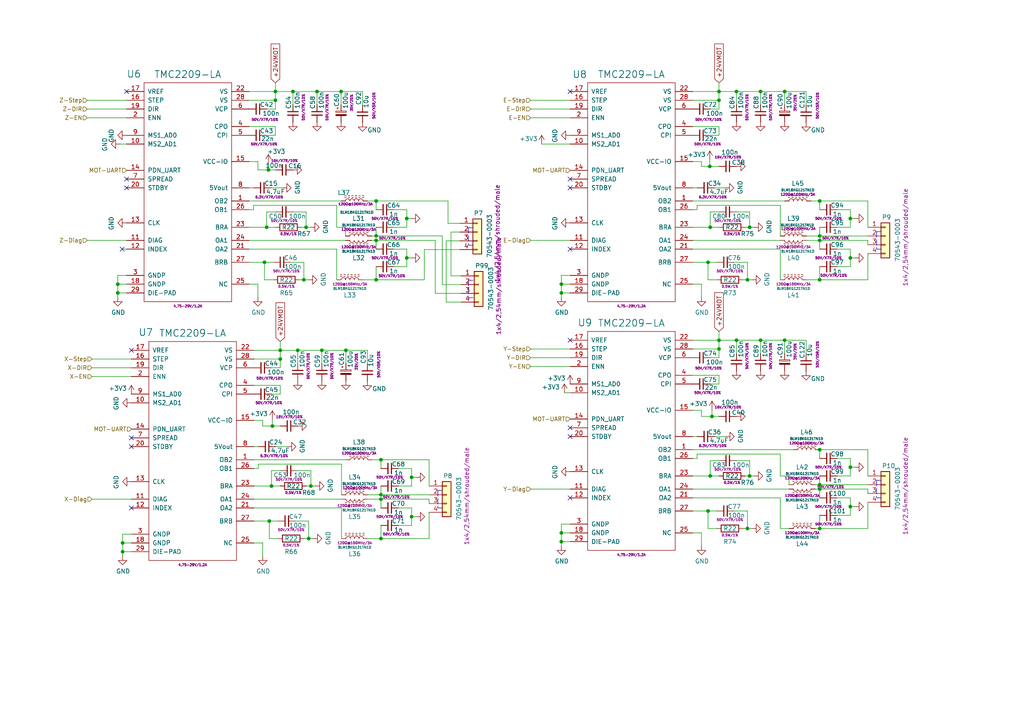
<source format=kicad_sch>
(kicad_sch (version 20211123) (generator eeschema)
  (paper "A4")
  (title_block (title "Buddy") (date "2019-10-24") (rev "v1.0.0") (company "PRUSA Research s.r.o.") (comment 1 "http://creativecommons.org/licenses/by-sa/4.0/") (comment 2 "Licensed under the Attribution-ShareAlike 4.0 International (CC BY-SA 4.0)") (comment 3 "#ok1hra"))
  (junction (at 237.744 140.589))
  (junction (at 208.534 26.543))
  (junction (at 162.814 84.963))
  (junction (at 77.343 65.913))
  (junction (at 88.773 65.913))
  (junction (at 237.744 81.153))
  (junction (at 110.49 144.78))
  (junction (at 35.56 160.02))
  (junction (at 205.994 65.913))
  (junction (at 34.163 82.423))
  (junction (at 110.49 133.35))
  (junction (at 81.28 104.14))
  (junction (at 237.744 68.453))
  (junction (at 246.634 135.509))
  (junction (at 78.74 140.97))
  (junction (at 109.093 58.293))
  (junction (at 237.744 130.429))
  (junction (at 217.424 65.913))
  (junction (at 109.093 68.4241))
  (junction (at 237.744 141.859))
  (junction (at 117.983 63.373))
  (junction (at 76.708 76.073))
  (junction (at 117.983 74.803))
  (junction (at 34.163 84.963))
  (junction (at 208.534 98.679))
  (junction (at 77.851 49.276))
  (junction (at 162.814 154.559))
  (junction (at 91.948 26.543))
  (junction (at 110.49 143.51))
  (junction (at 208.534 29.083))
  (junction (at 98.933 26.543))
  (junction (at 81.28 101.6))
  (junction (at 246.634 74.803))
  (junction (at 78.994 123.571))
  (junction (at 90.17 140.97))
  (junction (at 205.867 48.26))
  (junction (at 78.105 151.13))
  (junction (at 220.599 98.679))
  (junction (at 216.789 81.153))
  (junction (at 79.883 29.083))
  (junction (at 217.424 138.049))
  (junction (at 237.744 69.723))
  (junction (at 227.584 26.543))
  (junction (at 205.994 138.049))
  (junction (at 79.883 26.543))
  (junction (at 205.359 148.209))
  (junction (at 86.36 101.6))
  (junction (at 208.534 101.219))
  (junction (at 93.345 101.6))
  (junction (at 213.614 26.543))
  (junction (at 35.56 157.48))
  (junction (at 119.38 149.86))
  (junction (at 162.814 82.423))
  (junction (at 246.634 63.373))
  (junction (at 246.634 146.939))
  (junction (at 84.963 26.543))
  (junction (at 237.744 153.289))
  (junction (at 162.814 157.099))
  (junction (at 109.093 81.153))
  (junction (at 205.359 76.073))
  (junction (at 227.584 98.679))
  (junction (at 109.093 69.723))
  (junction (at 216.789 153.289))
  (junction (at 220.599 26.543))
  (junction (at 119.38 138.43))
  (junction (at 110.49 156.21))
  (junction (at 206.502 120.777))
  (junction (at 100.33 101.6))
  (junction (at 213.614 98.679))
  (junction (at 237.744 58.293))
  (junction (at 89.535 156.21))
  (junction (at 88.138 81.153))
  (no_connect (at 38.1 101.6))
  (no_connect (at 165.354 26.543))
  (no_connect (at 38.1 129.54))
  (no_connect (at 36.703 51.943))
  (no_connect (at 165.354 54.483))
  (no_connect (at 36.703 26.543))
  (no_connect (at 165.354 124.079))
  (no_connect (at 35.433 72.263))
  (no_connect (at 38.1 147.32))
  (no_connect (at 165.354 51.943))
  (no_connect (at 165.354 144.399))
  (no_connect (at 165.354 126.619))
  (no_connect (at 165.354 98.679))
  (no_connect (at 38.1 127))
  (no_connect (at 36.703 54.483))
  (no_connect (at 165.354 72.263))
  (wire (pts (xy 208.534 26.543) (xy 208.534 29.083)))
  (wire (pts (xy 237.744 77.343) (xy 237.744 81.153)))
  (wire (pts (xy 97.663 65.913) (xy 100.203 65.913)))
  (wire (pts (xy 79.883 49.276) (xy 77.851 49.276)))
  (wire (pts (xy 84.328 76.073) (xy 88.138 76.073)))
  (wire (pts (xy 251.714 153.289) (xy 251.714 145.669)))
  (wire (pts (xy 237.744 60.833) (xy 237.744 58.293)))
  (wire (pts (xy 207.899 148.209) (xy 205.359 148.209)))
  (wire (pts (xy 251.714 130.429) (xy 251.714 138.049)))
  (wire (pts (xy 76.708 76.073) (xy 76.708 81.153)))
  (wire (pts (xy 86.36 136.525) (xy 90.17 136.525)))
  (wire (pts (xy 119.253 63.373) (xy 117.983 63.373)))
  (wire (pts (xy 38.1 157.48) (xy 35.56 157.48)))
  (wire (pts (xy 165.354 82.423) (xy 162.814 82.423)))
  (wire (pts (xy 233.807 26.543) (xy 227.584 26.543)))
  (wire (pts (xy 128.27 68.4241) (xy 109.093 68.4241)))
  (wire (pts (xy 202.184 131.699) (xy 226.314 131.699)))
  (wire (pts (xy 246.634 135.509) (xy 246.634 138.049)))
  (polyline (pts (xy 127 147.32) (xy 128.27 147.32)))
  (wire (pts (xy 73.66 147.32) (xy 99.06 147.32)))
  (wire (pts (xy 72.263 58.293) (xy 98.933 58.293)))
  (wire (pts (xy 237.744 141.859) (xy 237.744 144.399)))
  (wire (pts (xy 200.914 148.209) (xy 205.359 148.209)))
  (wire (pts (xy 220.599 26.543) (xy 227.584 26.543)))
  (wire (pts (xy 110.49 135.89) (xy 110.49 133.35)))
  (wire (pts (xy 237.744 68.453) (xy 251.714 68.453)))
  (wire (pts (xy 237.744 153.289) (xy 251.714 153.289)))
  (wire (pts (xy 79.883 31.623) (xy 77.343 31.623)))
  (wire (pts (xy 247.904 135.509) (xy 246.634 135.509)))
  (wire (pts (xy 81.28 101.6) (xy 81.28 104.14)))
  (wire (pts (xy 237.744 65.913) (xy 237.744 68.453)))
  (wire (pts (xy 226.314 72.263) (xy 226.314 81.153)))
  (polyline (pts (xy 254.254 139.319) (xy 254.254 144.399)))
  (wire (pts (xy 26.67 104.14) (xy 38.1 104.14)))
  (wire (pts (xy 73.66 135.89) (xy 74.93 135.89)))
  (wire (pts (xy 119.253 74.803) (xy 117.983 74.803)))
  (wire (pts (xy 91.948 30.353) (xy 91.948 26.543)))
  (wire (pts (xy 246.634 138.049) (xy 242.824 138.049)))
  (wire (pts (xy 78.613 54.483) (xy 81.915 54.483)))
  (polyline (pts (xy 254.254 67.183) (xy 254.254 72.263)))
  (wire (pts (xy 200.914 108.839) (xy 208.534 108.839)))
  (wire (pts (xy 109.093 69.723) (xy 126.238 69.723)))
  (wire (pts (xy 74.93 135.89) (xy 74.93 134.62)))
  (wire (pts (xy 38.1 160.02) (xy 35.56 160.02)))
  (wire (pts (xy 247.904 146.939) (xy 246.634 146.939)))
  (wire (pts (xy 36.703 72.263) (xy 35.433 72.263)))
  (wire (pts (xy 100.203 65.913) (xy 100.203 68.453)))
  (wire (pts (xy 107.823 68.453) (xy 109.093 68.453)))
  (wire (pts (xy 77.851 49.276) (xy 74.803 49.276)))
  (wire (pts (xy 206.502 118.872) (xy 206.502 120.777)))
  (wire (pts (xy 73.66 151.13) (xy 78.105 151.13)))
  (wire (pts (xy 217.424 65.913) (xy 218.694 65.913)))
  (wire (pts (xy 133.35 69.85) (xy 129.413 69.85)))
  (wire (pts (xy 110.49 156.21) (xy 124.46 156.21)))
  (wire (pts (xy 81.28 111.76) (xy 81.28 114.3)))
  (wire (pts (xy 246.634 77.343) (xy 242.824 77.343)))
  (wire (pts (xy 235.204 58.293) (xy 237.744 58.293)))
  (polyline (pts (xy 135.89 81.28) (xy 135.89 86.36)))
  (wire (pts (xy 246.634 146.939) (xy 246.634 149.479)))
  (wire (pts (xy 84.963 30.353) (xy 84.963 26.543)))
  (wire (pts (xy 117.983 77.343) (xy 114.173 77.343)))
  (wire (pts (xy 88.773 61.468) (xy 88.773 65.913)))
  (polyline (pts (xy 135.89 71.12) (xy 137.16 71.12)))
  (wire (pts (xy 109.093 72.263) (xy 109.093 69.723)))
  (wire (pts (xy 237.744 140.589) (xy 237.744 138.049)))
  (wire (pts (xy 208.534 29.083) (xy 208.534 31.623)))
  (wire (pts (xy 72.263 60.833) (xy 73.533 60.833)))
  (wire (pts (xy 200.914 98.679) (xy 208.534 98.679)))
  (wire (pts (xy 242.824 132.969) (xy 246.634 132.969)))
  (wire (pts (xy 233.807 98.679) (xy 227.584 98.679)))
  (wire (pts (xy 129.413 87.63) (xy 133.731 87.63)))
  (wire (pts (xy 73.66 133.35) (xy 100.33 133.35)))
  (wire (pts (xy 73.66 157.48) (xy 76.2 157.48)))
  (wire (pts (xy 203.454 120.777) (xy 203.454 118.999)))
  (wire (pts (xy 162.814 79.883) (xy 162.814 82.423)))
  (wire (pts (xy 80.645 151.13) (xy 78.105 151.13)))
  (wire (pts (xy 237.744 58.293) (xy 251.714 58.293)))
  (wire (pts (xy 120.65 149.86) (xy 119.38 149.86)))
  (wire (pts (xy 216.154 138.049) (xy 217.424 138.049)))
  (wire (pts (xy 79.883 24.003) (xy 79.883 26.543)))
  (wire (pts (xy 73.533 60.833) (xy 73.533 59.563)))
  (wire (pts (xy 246.634 74.803) (xy 246.634 77.343)))
  (polyline (pts (xy 137.16 66.04) (xy 135.89 66.04)))
  (wire (pts (xy 207.264 126.619) (xy 210.439 126.619)))
  (wire (pts (xy 246.634 72.263) (xy 246.634 74.803)))
  (wire (pts (xy 208.534 108.839) (xy 208.534 111.379)))
  (wire (pts (xy 237.744 81.153) (xy 251.714 81.153)))
  (wire (pts (xy 109.093 68.4241) (xy 109.093 68.453)))
  (wire (pts (xy 213.614 30.353) (xy 213.614 26.543)))
  (wire (pts (xy 79.883 26.543) (xy 84.963 26.543)))
  (wire (pts (xy 237.744 130.429) (xy 237.744 132.969)))
  (wire (pts (xy 203.454 154.559) (xy 203.454 158.369)))
  (wire (pts (xy 107.95 133.35) (xy 110.49 133.35)))
  (wire (pts (xy 228.854 138.049) (xy 228.854 140.589)))
  (wire (pts (xy 89.535 156.21) (xy 90.805 156.21)))
  (wire (pts (xy 200.914 60.833) (xy 202.184 60.833)))
  (wire (pts (xy 106.553 58.293) (xy 109.093 58.293)))
  (wire (pts (xy 72.263 72.263) (xy 97.663 72.263)))
  (wire (pts (xy 91.948 26.543) (xy 98.933 26.543)))
  (wire (pts (xy 200.914 82.423) (xy 203.454 82.423)))
  (wire (pts (xy 109.093 65.913) (xy 109.093 68.4241)))
  (wire (pts (xy 217.424 133.604) (xy 217.424 138.049)))
  (wire (pts (xy 88.138 76.073) (xy 88.138 81.153)))
  (wire (pts (xy 216.789 153.289) (xy 218.059 153.289)))
  (wire (pts (xy 220.599 30.353) (xy 220.599 26.543)))
  (wire (pts (xy 233.807 30.48) (xy 233.807 26.543)))
  (wire (pts (xy 81.28 114.3) (xy 78.74 114.3)))
  (wire (pts (xy 97.663 59.563) (xy 97.663 65.913)))
  (wire (pts (xy 165.354 152.019) (xy 162.814 152.019)))
  (wire (pts (xy 226.314 153.289) (xy 228.854 153.289)))
  (wire (pts (xy 205.359 76.073) (xy 205.359 81.153)))
  (wire (pts (xy 200.914 72.263) (xy 226.314 72.263)))
  (wire (pts (xy 162.814 157.099) (xy 162.814 158.369)))
  (wire (pts (xy 119.38 135.89) (xy 119.38 138.43)))
  (wire (pts (xy 81.28 106.68) (xy 78.74 106.68)))
  (wire (pts (xy 237.744 130.429) (xy 251.714 130.429)))
  (wire (pts (xy 203.454 82.423) (xy 203.454 86.233)))
  (wire (pts (xy 79.883 36.703) (xy 79.883 39.243)))
  (wire (pts (xy 208.534 111.379) (xy 205.994 111.379)))
  (wire (pts (xy 106.553 105.537) (xy 106.553 101.6)))
  (wire (pts (xy 124.46 144.78) (xy 124.46 146.05)))
  (wire (pts (xy 227.584 26.543) (xy 227.584 30.353)))
  (wire (pts (xy 73.66 104.14) (xy 81.28 104.14)))
  (wire (pts (xy 153.924 101.219) (xy 165.354 101.219)))
  (wire (pts (xy 89.535 151.13) (xy 89.535 156.21)))
  (wire (pts (xy 76.2 123.571) (xy 76.2 121.92)))
  (wire (pts (xy 153.924 29.083) (xy 165.354 29.083)))
  (wire (pts (xy 114.173 60.833) (xy 117.983 60.833)))
  (wire (pts (xy 216.789 76.073) (xy 216.789 81.153)))
  (wire (pts (xy 251.714 141.859) (xy 251.714 143.129)))
  (wire (pts (xy 215.519 81.153) (xy 216.789 81.153)))
  (wire (pts (xy 110.49 144.78) (xy 124.46 144.78)))
  (wire (pts (xy 72.263 69.723) (xy 100.203 69.723)))
  (wire (pts (xy 81.28 104.14) (xy 81.28 106.68)))
  (wire (pts (xy 205.994 138.049) (xy 208.534 138.049)))
  (wire (pts (xy 76.708 81.153) (xy 79.248 81.153)))
  (wire (pts (xy 233.934 69.723) (xy 237.744 69.723)))
  (wire (pts (xy 90.17 140.97) (xy 91.44 140.97)))
  (wire (pts (xy 114.173 72.263) (xy 117.983 72.263)))
  (wire (pts (xy 25.273 69.723) (xy 36.703 69.723)))
  (wire (pts (xy 99.06 134.62) (xy 99.06 143.51)))
  (wire (pts (xy 72.263 65.913) (xy 77.343 65.913)))
  (wire (pts (xy 216.789 81.153) (xy 218.059 81.153)))
  (wire (pts (xy 208.534 98.679) (xy 213.614 98.679)))
  (wire (pts (xy 86.36 105.41) (xy 86.36 101.6)))
  (wire (pts (xy 34.163 82.423) (xy 34.163 84.963)))
  (wire (pts (xy 200.914 54.483) (xy 202.184 54.483)))
  (wire (pts (xy 200.914 58.293) (xy 227.584 58.293)))
  (wire (pts (xy 246.634 60.833) (xy 246.634 63.373)))
  (wire (pts (xy 77.343 61.468) (xy 77.343 65.913)))
  (wire (pts (xy 202.184 60.833) (xy 202.184 59.563)))
  (wire (pts (xy 107.823 69.723) (xy 109.093 69.723)))
  (wire (pts (xy 207.264 54.483) (xy 210.312 54.483)))
  (wire (pts (xy 226.314 59.563) (xy 226.314 68.453)))
  (wire (pts (xy 153.924 31.623) (xy 165.354 31.623)))
  (wire (pts (xy 115.57 135.89) (xy 119.38 135.89)))
  (wire (pts (xy 200.914 65.913) (xy 205.994 65.913)))
  (wire (pts (xy 162.814 152.019) (xy 162.814 154.559)))
  (wire (pts (xy 25.273 31.623) (xy 36.703 31.623)))
  (wire (pts (xy 123.063 72.39) (xy 123.063 81.153)))
  (wire (pts (xy 208.534 101.219) (xy 208.534 103.759)))
  (wire (pts (xy 36.703 82.423) (xy 34.163 82.423)))
  (wire (pts (xy 123.063 72.39) (xy 133.35 72.39)))
  (wire (pts (xy 208.534 26.543) (xy 213.614 26.543)))
  (wire (pts (xy 109.093 81.153) (xy 123.063 81.153)))
  (wire (pts (xy 98.933 26.543) (xy 98.933 30.353)))
  (wire (pts (xy 115.57 147.32) (xy 119.38 147.32)))
  (wire (pts (xy 77.343 65.913) (xy 79.883 65.913)))
  (wire (pts (xy 205.359 148.209) (xy 205.359 153.289)))
  (wire (pts (xy 128.27 82.55) (xy 133.731 82.55)))
  (wire (pts (xy 208.534 103.759) (xy 205.994 103.759)))
  (wire (pts (xy 34.163 79.883) (xy 34.163 82.423)))
  (wire (pts (xy 117.983 65.913) (xy 114.173 65.913)))
  (wire (pts (xy 226.314 144.399) (xy 226.314 153.289)))
  (wire (pts (xy 200.914 126.619) (xy 202.184 126.619)))
  (wire (pts (xy 226.314 131.699) (xy 226.314 138.049)))
  (wire (pts (xy 119.38 149.86) (xy 119.38 152.4)))
  (wire (pts (xy 213.614 26.543) (xy 220.599 26.543)))
  (wire (pts (xy 233.934 68.453) (xy 237.744 68.453)))
  (wire (pts (xy 213.614 61.468) (xy 217.424 61.468)))
  (wire (pts (xy 200.914 46.863) (xy 203.454 46.863)))
  (wire (pts (xy 246.634 63.373) (xy 246.634 65.913)))
  (polyline (pts (xy 137.16 81.28) (xy 135.89 81.28)))
  (wire (pts (xy 165.354 84.963) (xy 162.814 84.963)))
  (wire (pts (xy 73.66 111.76) (xy 81.28 111.76)))
  (wire (pts (xy 200.914 36.703) (xy 208.534 36.703)))
  (wire (pts (xy 215.519 153.289) (xy 216.789 153.289)))
  (wire (pts (xy 36.703 79.883) (xy 34.163 79.883)))
  (wire (pts (xy 88.138 81.153) (xy 89.408 81.153)))
  (wire (pts (xy 206.502 120.777) (xy 203.454 120.777)))
  (wire (pts (xy 205.867 46.355) (xy 205.867 48.26)))
  (wire (pts (xy 26.67 144.78) (xy 38.1 144.78)))
  (wire (pts (xy 208.534 36.703) (xy 208.534 39.243)))
  (wire (pts (xy 205.359 153.289) (xy 207.899 153.289)))
  (wire (pts (xy 163.703 113.919) (xy 165.354 113.919)))
  (wire (pts (xy 212.979 76.073) (xy 216.789 76.073)))
  (wire (pts (xy 205.994 133.604) (xy 205.994 138.049)))
  (wire (pts (xy 93.345 101.6) (xy 100.33 101.6)))
  (wire (pts (xy 73.66 144.78) (xy 99.06 144.78)))
  (wire (pts (xy 220.599 98.679) (xy 227.584 98.679)))
  (wire (pts (xy 81.28 99.06) (xy 81.28 101.6)))
  (wire (pts (xy 80.01 129.54) (xy 83.312 129.54)))
  (wire (pts (xy 220.599 102.489) (xy 220.599 98.679)))
  (wire (pts (xy 227.584 98.679) (xy 227.584 102.489)))
  (wire (pts (xy 236.474 140.589) (xy 237.744 140.589)))
  (wire (pts (xy 110.49 147.32) (xy 110.49 144.78)))
  (wire (pts (xy 162.814 154.559) (xy 162.814 157.099)))
  (wire (pts (xy 76.2 157.48) (xy 76.2 161.29)))
  (polyline (pts (xy 127 142.24) (xy 127 147.32)))
  (wire (pts (xy 106.68 144.78) (xy 110.49 144.78)))
  (wire (pts (xy 73.66 121.92) (xy 76.2 121.92)))
  (wire (pts (xy 208.534 24.003) (xy 208.534 26.543)))
  (wire (pts (xy 208.534 133.604) (xy 205.994 133.604)))
  (wire (pts (xy 124.46 156.21) (xy 124.46 148.59)))
  (wire (pts (xy 85.725 151.13) (xy 89.535 151.13)))
  (wire (pts (xy 205.994 65.913) (xy 208.534 65.913)))
  (wire (pts (xy 237.744 69.723) (xy 251.714 69.723)))
  (wire (pts (xy 120.65 138.43) (xy 119.38 138.43)))
  (wire (pts (xy 25.273 34.163) (xy 36.703 34.163)))
  (wire (pts (xy 86.868 81.153) (xy 88.138 81.153)))
  (wire (pts (xy 233.807 102.616) (xy 233.807 98.679)))
  (wire (pts (xy 126.238 69.723) (xy 126.238 85.09)))
  (polyline (pts (xy 135.89 86.36) (xy 137.16 86.36)))
  (wire (pts (xy 153.924 141.859) (xy 165.354 141.859)))
  (wire (pts (xy 213.614 98.679) (xy 220.599 98.679)))
  (wire (pts (xy 246.634 144.399) (xy 246.634 146.939)))
  (wire (pts (xy 35.56 160.02) (xy 35.56 161.29)))
  (wire (pts (xy 251.714 58.293) (xy 251.714 65.913)))
  (wire (pts (xy 200.914 76.073) (xy 205.359 76.073)))
  (wire (pts (xy 106.553 101.6) (xy 100.33 101.6)))
  (wire (pts (xy 129.9464 58.293) (xy 129.9464 64.77)))
  (wire (pts (xy 84.963 26.543) (xy 91.948 26.543)))
  (wire (pts (xy 72.263 76.073) (xy 76.708 76.073)))
  (wire (pts (xy 35.56 157.48) (xy 35.56 160.02)))
  (wire (pts (xy 208.534 61.468) (xy 205.994 61.468)))
  (wire (pts (xy 109.093 58.293) (xy 129.9464 58.293)))
  (wire (pts (xy 153.924 106.299) (xy 165.354 106.299)))
  (wire (pts (xy 153.924 103.759) (xy 165.354 103.759)))
  (wire (pts (xy 79.883 61.468) (xy 77.343 61.468)))
  (polyline (pts (xy 255.524 67.183) (xy 254.254 67.183)))
  (wire (pts (xy 200.914 138.049) (xy 205.994 138.049)))
  (wire (pts (xy 74.803 49.276) (xy 74.803 46.863)))
  (wire (pts (xy 105.156 26.543) (xy 98.933 26.543)))
  (wire (pts (xy 208.534 31.623) (xy 205.994 31.623)))
  (wire (pts (xy 73.66 140.97) (xy 78.74 140.97)))
  (wire (pts (xy 110.49 140.97) (xy 110.49 143.51)))
  (wire (pts (xy 236.474 141.859) (xy 237.744 141.859)))
  (wire (pts (xy 81.28 101.6) (xy 86.36 101.6)))
  (wire (pts (xy 208.534 39.243) (xy 205.994 39.243)))
  (wire (pts (xy 165.354 157.099) (xy 162.814 157.099)))
  (wire (pts (xy 200.914 144.399) (xy 226.314 144.399)))
  (wire (pts (xy 153.924 34.163) (xy 165.354 34.163)))
  (wire (pts (xy 119.38 140.97) (xy 115.57 140.97)))
  (wire (pts (xy 26.67 106.68) (xy 38.1 106.68)))
  (wire (pts (xy 100.33 101.6) (xy 100.33 105.41)))
  (wire (pts (xy 88.9 140.97) (xy 90.17 140.97)))
  (wire (pts (xy 109.093 77.343) (xy 109.093 81.153)))
  (wire (pts (xy 72.263 36.703) (xy 79.883 36.703)))
  (wire (pts (xy 165.354 154.559) (xy 162.814 154.559)))
  (wire (pts (xy 78.74 136.525) (xy 78.74 140.97)))
  (wire (pts (xy 200.914 154.559) (xy 203.454 154.559)))
  (wire (pts (xy 119.38 138.43) (xy 119.38 140.97)))
  (wire (pts (xy 79.883 39.243) (xy 77.343 39.243)))
  (wire (pts (xy 105.283 81.153) (xy 109.093 81.153)))
  (wire (pts (xy 74.803 82.423) (xy 74.803 86.233)))
  (wire (pts (xy 242.824 72.263) (xy 246.634 72.263)))
  (wire (pts (xy 117.983 72.263) (xy 117.983 74.803)))
  (wire (pts (xy 78.105 151.13) (xy 78.105 156.21)))
  (wire (pts (xy 130.81 80.01) (xy 133.731 80.01)))
  (wire (pts (xy 207.899 76.073) (xy 205.359 76.073)))
  (wire (pts (xy 97.663 72.263) (xy 97.663 81.153)))
  (wire (pts (xy 200.914 132.969) (xy 202.184 132.969)))
  (wire (pts (xy 216.789 148.209) (xy 216.789 153.289)))
  (wire (pts (xy 246.634 132.969) (xy 246.634 135.509)))
  (wire (pts (xy 73.533 59.563) (xy 97.663 59.563)))
  (wire (pts (xy 246.634 149.479) (xy 242.824 149.479)))
  (wire (pts (xy 246.634 65.913) (xy 242.824 65.913)))
  (wire (pts (xy 72.263 82.423) (xy 74.803 82.423)))
  (wire (pts (xy 87.503 65.913) (xy 88.773 65.913)))
  (wire (pts (xy 153.924 69.723) (xy 165.354 69.723)))
  (wire (pts (xy 213.614 102.489) (xy 213.614 98.679)))
  (wire (pts (xy 86.36 101.6) (xy 93.345 101.6)))
  (wire (pts (xy 200.914 69.723) (xy 226.314 69.723)))
  (wire (pts (xy 162.814 84.963) (xy 162.814 86.233)))
  (wire (pts (xy 237.744 72.263) (xy 237.744 69.723)))
  (wire (pts (xy 117.983 60.833) (xy 117.983 63.373)))
  (wire (pts (xy 133.35 67.31) (xy 130.81 67.31)))
  (wire (pts (xy 126.238 85.09) (xy 133.731 85.09)))
  (wire (pts (xy 93.345 105.41) (xy 93.345 101.6)))
  (wire (pts (xy 208.534 120.777) (xy 206.502 120.777)))
  (wire (pts (xy 202.184 132.969) (xy 202.184 131.699)))
  (wire (pts (xy 34.163 84.963) (xy 34.163 86.233)))
  (wire (pts (xy 217.424 61.468) (xy 217.424 65.913)))
  (wire (pts (xy 165.354 79.883) (xy 162.814 79.883)))
  (wire (pts (xy 26.67 109.22) (xy 38.1 109.22)))
  (wire (pts (xy 124.46 133.35) (xy 124.46 140.97)))
  (wire (pts (xy 162.814 82.423) (xy 162.814 84.963)))
  (wire (pts (xy 79.883 26.543) (xy 79.883 29.083)))
  (polyline (pts (xy 128.27 142.24) (xy 127 142.24)))
  (wire (pts (xy 128.27 82.55) (xy 128.27 68.4241)))
  (wire (pts (xy 205.994 61.468) (xy 205.994 65.913)))
  (wire (pts (xy 251.714 81.153) (xy 251.714 73.533)))
  (wire (pts (xy 90.17 136.525) (xy 90.17 140.97)))
  (wire (pts (xy 81.28 123.571) (xy 78.994 123.571)))
  (polyline (pts (xy 254.254 144.399) (xy 255.524 144.399)))
  (wire (pts (xy 110.49 143.51) (xy 124.46 143.51)))
  (wire (pts (xy 36.703 84.963) (xy 34.163 84.963)))
  (wire (pts (xy 88.265 156.21) (xy 89.535 156.21)))
  (wire (pts (xy 242.824 144.399) (xy 246.634 144.399)))
  (wire (pts (xy 130.81 67.31) (xy 130.81 80.01)))
  (wire (pts (xy 79.248 76.073) (xy 76.708 76.073)))
  (wire (pts (xy 72.263 54.483) (xy 73.533 54.483)))
  (wire (pts (xy 77.851 47.371) (xy 77.851 49.276)))
  (wire (pts (xy 200.914 130.429) (xy 230.124 130.429)))
  (wire (pts (xy 208.534 96.139) (xy 208.534 98.679)))
  (wire (pts (xy 212.979 148.209) (xy 216.789 148.209)))
  (wire (pts (xy 247.904 74.803) (xy 246.634 74.803)))
  (wire (pts (xy 226.314 138.049) (xy 228.854 138.049)))
  (wire (pts (xy 78.994 121.666) (xy 78.994 123.571)))
  (wire (pts (xy 117.983 63.373) (xy 117.983 65.913)))
  (wire (pts (xy 119.38 152.4) (xy 115.57 152.4)))
  (wire (pts (xy 129.9464 64.77) (xy 133.35 64.77)))
  (wire (pts (xy 237.744 153.289) (xy 237.744 149.479)))
  (wire (pts (xy 216.154 65.913) (xy 217.424 65.913)))
  (polyline (pts (xy 255.524 139.319) (xy 254.254 139.319)))
  (wire (pts (xy 129.413 69.85) (xy 129.413 87.63)))
  (wire (pts (xy 110.49 152.4) (xy 110.49 156.21)))
  (wire (pts (xy 165.354 41.783) (xy 157.099 41.783)))
  (wire (pts (xy 72.263 29.083) (xy 79.883 29.083)))
  (wire (pts (xy 84.963 61.468) (xy 88.773 61.468)))
  (wire (pts (xy 109.093 60.833) (xy 109.093 58.293)))
  (wire (pts (xy 36.703 41.783) (xy 34.798 41.783)))
  (wire (pts (xy 105.156 30.48) (xy 105.156 26.543)))
  (wire (pts (xy 81.28 136.525) (xy 78.74 136.525)))
  (wire (pts (xy 247.904 63.373) (xy 246.634 63.373)))
  (wire (pts (xy 237.744 141.859) (xy 251.714 141.859)))
  (wire (pts (xy 200.914 141.859) (xy 228.854 141.859)))
  (wire (pts (xy 106.68 143.51) (xy 110.49 143.51)))
  (wire (pts (xy 233.934 81.153) (xy 237.744 81.153)))
  (wire (pts (xy 38.1 154.94) (xy 35.56 154.94)))
  (wire (pts (xy 242.824 60.833) (xy 246.634 60.833)))
  (wire (pts (xy 205.359 81.153) (xy 207.899 81.153)))
  (wire (pts (xy 251.714 69.723) (xy 251.714 70.993)))
  (wire (pts (xy 236.474 153.289) (xy 237.744 153.289)))
  (wire (pts (xy 110.49 133.35) (xy 124.46 133.35)))
  (wire (pts (xy 72.263 46.863) (xy 74.803 46.863)))
  (wire (pts (xy 79.883 29.083) (xy 79.883 31.623)))
  (wire (pts (xy 106.68 156.21) (xy 110.49 156.21)))
  (wire (pts (xy 200.914 118.999) (xy 203.454 118.999)))
  (wire (pts (xy 74.93 134.62) (xy 99.06 134.62)))
  (wire (pts (xy 203.454 48.26) (xy 203.454 46.863)))
  (wire (pts (xy 73.66 129.54) (xy 74.93 129.54)))
  (wire (pts (xy 35.56 154.94) (xy 35.56 157.48)))
  (wire (pts (xy 208.534 48.26) (xy 205.867 48.26)))
  (wire (pts (xy 237.744 140.589) (xy 251.714 140.589)))
  (wire (pts (xy 200.914 29.083) (xy 208.534 29.083)))
  (wire (pts (xy 217.424 138.049) (xy 218.694 138.049)))
  (wire (pts (xy 73.66 101.6) (xy 81.28 101.6)))
  (wire (pts (xy 200.914 26.543) (xy 208.534 26.543)))
  (wire (pts (xy 117.983 74.803) (xy 117.983 77.343)))
  (polyline (pts (xy 135.89 66.04) (xy 135.89 71.12)))
  (wire (pts (xy 78.105 156.21) (xy 80.645 156.21)))
  (wire (pts (xy 78.74 140.97) (xy 81.28 140.97)))
  (wire (pts (xy 72.263 26.543) (xy 79.883 26.543)))
  (wire (pts (xy 208.534 98.679) (xy 208.534 101.219)))
  (wire (pts (xy 202.184 59.563) (xy 226.314 59.563)))
  (polyline (pts (xy 254.254 72.263) (xy 255.524 72.263)))
  (wire (pts (xy 78.994 123.571) (xy 76.2 123.571)))
  (wire (pts (xy 88.773 65.913) (xy 90.043 65.913)))
  (wire (pts (xy 205.867 48.26) (xy 203.454 48.26)))
  (wire (pts (xy 99.06 147.32) (xy 99.06 156.21)))
  (wire (pts (xy 119.38 147.32) (xy 119.38 149.86)))
  (wire (pts (xy 25.273 29.083) (xy 36.703 29.083)))
  (wire (pts (xy 200.914 101.219) (xy 208.534 101.219)))
  (wire (pts (xy 213.614 133.604) (xy 217.424 133.604)))
  (global_label "+24VMOT" (shape input) (at 79.883 24.003 90) (property "Intersheet References" "${INTERSHEET_REFS}" (effects hide)))
  (global_label "+24VMOT" (shape input) (at 208.534 24.003 90) (property "Intersheet References" "${INTERSHEET_REFS}" (effects hide)))
  (global_label "+24VMOT" (shape input) (at 81.28 99.06 90) (property "Intersheet References" "${INTERSHEET_REFS}" (effects hide)))
  (global_label "+24VMOT" (shape input) (at 208.534 96.139 90) (property "Intersheet References" "${INTERSHEET_REFS}" (effects hide)))
  (hierarchical_label "E-Diag" (shape input) (at 153.924 69.723 180) (effects (font (size 1.1938 1.1938))))
  (hierarchical_label "MOT-UART" (shape input) (at 165.354 49.403 180) (effects (font (size 1.1938 1.1938))))
  (hierarchical_label "Z-Diag" (shape input) (at 25.273 69.723 180) (effects (font (size 1.1938 1.1938))))
  (hierarchical_label "E-Step" (shape input) (at 153.924 29.083 180) (effects (font (size 1.1938 1.1938))))
  (hierarchical_label "X-DIR" (shape input) (at 26.67 106.68 180) (effects (font (size 1.1938 1.1938))))
  (hierarchical_label "Z-DIR" (shape input) (at 25.273 31.623 180) (effects (font (size 1.1938 1.1938))))
  (hierarchical_label "MOT-UART" (shape input) (at 165.354 121.539 180) (effects (font (size 1.1938 1.1938))))
  (hierarchical_label "Z-Step" (shape input) (at 25.273 29.083 180) (effects (font (size 1.1938 1.1938))))
  (hierarchical_label "Z-EN" (shape input) (at 25.273 34.163 180) (effects (font (size 1.1938 1.1938))))
  (hierarchical_label "Y-Step" (shape input) (at 153.924 101.219 180) (effects (font (size 1.1938 1.1938))))
  (hierarchical_label "E-DIR" (shape input) (at 153.924 31.623 180) (effects (font (size 1.1938 1.1938))))
  (hierarchical_label "MOT-UART" (shape input) (at 36.703 49.403 180) (effects (font (size 1.1938 1.1938))))
  (hierarchical_label "E-EN" (shape input) (at 153.924 34.163 180) (effects (font (size 1.1938 1.1938))))
  (hierarchical_label "MOT-UART" (shape input) (at 38.1 124.46 180) (effects (font (size 1.1938 1.1938))))
  (hierarchical_label "Y-DIR" (shape input) (at 153.924 103.759 180) (effects (font (size 1.1938 1.1938))))
  (hierarchical_label "X-EN" (shape input) (at 26.67 109.22 180) (effects (font (size 1.1938 1.1938))))
  (hierarchical_label "X-Diag" (shape input) (at 26.67 144.78 180) (effects (font (size 1.1938 1.1938))))
  (hierarchical_label "X-Step" (shape input) (at 26.67 104.14 180) (effects (font (size 1.1938 1.1938))))
  (hierarchical_label "Y-EN" (shape input) (at 153.924 106.299 180) (effects (font (size 1.1938 1.1938))))
  (hierarchical_label "Y-Diag" (shape input) (at 153.924 141.859 180) (effects (font (size 1.1938 1.1938))))
  (symbol (lib_id "power:GND") (at 36.703 39.243 270) (unit 1)
    (property "Reference" "#PWR0104" (effects hide))
    (property "Value" "GND" (at 32.3088 39.37 0))
  )
  (symbol (lib_id "Device:C_Small") (at 74.803 31.623 270) (unit 1)
    (property "Reference" "C42" (at 77.343 30.353 90))
    (property "Value" "100n" (at 78.613 32.893 90))
    (property "Footprint" "A3IDES_footprints:C_0603_1608Metric" (effects hide))
    (property "req" "50V/X7R/10%" (at 76.835 34.671 90) (effects (font (size 0.7112 0.7112))))
  )
  (symbol (lib_id "Device:C_Small") (at 74.803 39.243 270) (unit 1)
    (property "Reference" "C43" (at 77.343 37.973 90))
    (property "Value" "22n" (at 77.597 40.259 90))
    (property "Footprint" "A3IDES_footprints:C_0402_1005Metric" (effects hide))
    (property "req" "50V/X7R/10%" (at 76.581 41.783 90) (effects (font (size 0.7112 0.7112))))
  )
  (symbol (lib_id "Device:C_Small") (at 84.963 32.893 0) (unit 1)
    (property "Reference" "C54" (at 83.693 29.718 90))
    (property "Value" "100n" (at 86.233 29.083 90))
    (property "Footprint" "A3IDES_footprints:C_0603_1608Metric" (effects hide))
    (property "req" "50V/X7R/10%" (at 88.011 31.115 90) (effects (font (size 0.7112 0.7112))))
  )
  (symbol (lib_id "power:GND") (at 36.703 64.643 270) (unit 1)
    (property "Reference" "#PWR0105" (effects hide))
    (property "Value" "GND" (at 32.3088 64.77 0))
  )
  (symbol (lib_id "Device:C_Small") (at 91.948 32.893 0) (unit 1)
    (property "Reference" "C58" (at 90.678 29.718 90))
    (property "Value" "100n" (at 93.218 29.083 90))
    (property "Footprint" "A3IDES_footprints:C_0603_1608Metric" (effects hide))
    (property "req" "50V/X7R/10%" (at 94.869 31.115 90) (effects (font (size 0.7112 0.7112))))
  )
  (symbol (lib_id "BUDDY_v1.0.0-rescue:CP_Small-Device") (at 98.933 32.893 0) (unit 1)
    (property "Reference" "C60" (at 97.663 30.988 90) (effects (justify left)))
    (property "Value" "100u" (at 100.203 31.623 90) (effects (justify left)))
    (property "Footprint" "A3IDES_footprints:c_elec_6.3x7.7" (effects hide))
    (property "req" "35V/20%" (at 101.981 29.845 90) (effects (font (size 0.7112 0.7112))))
  )
  (symbol (lib_id "power:GND") (at 84.963 35.433 0) (unit 1)
    (property "Reference" "#PWR0113" (effects hide))
    (property "Value" "GND" (effects hide))
  )
  (symbol (lib_id "power:GND") (at 91.948 35.433 0) (unit 1)
    (property "Reference" "#PWR0125" (effects hide))
    (property "Value" "GND" (effects hide))
  )
  (symbol (lib_id "power:GND") (at 98.933 35.433 0) (unit 1)
    (property "Reference" "#PWR0127" (effects hide))
    (property "Value" "GND" (effects hide))
  )
  (symbol (lib_id "power:GND") (at 34.163 86.233 0) (unit 1)
    (property "Reference" "#PWR0102" (effects hide))
    (property "Value" "GND" (at 34.29 90.6272 0))
  )
  (symbol (lib_id "power:GND") (at 84.963 49.276 90) (unit 1)
    (property "Reference" "#PWR0114" (effects hide))
    (property "Value" "GND" (effects hide))
  )
  (symbol (lib_id "power:GND") (at 81.915 54.483 90) (unit 1)
    (property "Reference" "#PWR0129" (effects hide))
    (property "Value" "GND" (at 86.3092 54.356 0))
  )
  (symbol (lib_id "Device:C_Small") (at 82.423 61.468 90) (unit 1)
    (property "Reference" "C50" (at 79.883 62.738 90))
    (property "Value" "100n" (at 86.233 62.738 90))
    (property "Footprint" "A3IDES_footprints:C_0603_1608Metric" (effects hide))
    (property "req" "50V/X7R/10%" (at 82.423 64.008 90) (effects (font (size 0.7112 0.7112))))
  )
  (symbol (lib_id "Device:R") (at 83.693 65.913 270) (unit 1)
    (property "Reference" "R67" (at 88.138 67.818 90))
    (property "Value" "R22" (at 83.693 65.913 90))
    (property "Footprint" "A3IDES_footprints:R_1206" (effects hide))
    (property "req" "0,5W/1%" (at 83.693 67.818 90) (effects (font (size 0.7112 0.7112))))
  )
  (symbol (lib_id "power:GND") (at 90.043 65.913 90) (unit 1)
    (property "Reference" "#PWR0121" (effects hide))
    (property "Value" "GND" (at 94.4372 65.786 0))
  )
  (symbol (lib_id "Device:C_Small") (at 81.788 76.073 90) (mirror x) (unit 1)
    (property "Reference" "C46" (at 84.328 74.803 90))
    (property "Value" "100n" (at 84.963 77.343 90))
    (property "Footprint" "A3IDES_footprints:C_0603_1608Metric" (effects hide))
    (property "req" "50V/X7R/10%" (at 83.058 78.613 90) (effects (font (size 0.7112 0.7112))))
  )
  (symbol (lib_id "Device:R") (at 83.058 81.153 270) (unit 1)
    (property "Reference" "R65" (at 83.058 84.963 90))
    (property "Value" "R22" (at 83.058 81.153 90))
    (property "Footprint" "A3IDES_footprints:R_1206" (effects hide))
    (property "req" "0,5W/1%" (at 83.058 83.058 90) (effects (font (size 0.7112 0.7112))))
  )
  (symbol (lib_id "power:GND") (at 89.408 81.153 90) (unit 1)
    (property "Reference" "#PWR0119" (effects hide))
    (property "Value" "GND" (at 93.8022 81.026 0))
  )
  (symbol (lib_id "power:GND") (at 74.803 86.233 0) (unit 1)
    (property "Reference" "#PWR0109" (effects hide))
    (property "Value" "GND" (at 74.93 90.6272 0))
  )
  (symbol (lib_id "Device:C_Small") (at 111.633 60.833 270) (unit 1)
    (property "Reference" "C64" (at 114.173 59.563 90))
    (property "Value" "1n" (at 114.173 62.103 90))
    (property "Footprint" "A3IDES_footprints:C_0603_1608Metric" (effects hide))
    (property "req" "50V/X7R/10%" (at 111.633 63.373 90) (effects (font (size 0.7112 0.7112))))
  )
  (symbol (lib_id "Device:C_Small") (at 111.633 65.913 270) (unit 1)
    (property "Reference" "C65" (at 114.173 64.643 90))
    (property "Value" "1n" (at 114.173 67.183 90))
    (property "Footprint" "A3IDES_footprints:C_0603_1608Metric" (effects hide))
    (property "req" "50V/X7R/10%" (at 113.792 69.088 90) (effects (font (size 0.7112 0.7112))))
  )
  (symbol (lib_id "BUDDY_v1.0.0-rescue:L_Core_Ferrite-Device") (at 102.743 58.293 90) (unit 1)
    (property "Reference" "L37" (at 99.695 55.88 90))
    (property "Value" "BLM18KG121TN1D" (at 103.505 61.595 90) (effects (font (size 0.7112 0.7112))))
    (property "Footprint" "A3IDES_footprints:R_0603_1608Metric" (effects hide))
    (property "req" "120Ω@100MHz/3A" (at 103.124 59.182 90) (effects (font (size 0.7112 0.7112))))
  )
  (symbol (lib_id "BUDDY_v1.0.0-rescue:L_Core_Ferrite-Device") (at 104.013 68.453 90) (unit 1)
    (property "Reference" "L31" (at 104.013 63.373 90))
    (property "Value" "BLM18KG121TN1D" (at 104.013 65.278 90) (effects (font (size 0.7112 0.7112))))
    (property "Footprint" "A3IDES_footprints:R_0603_1608Metric" (effects hide))
    (property "req" "120Ω@100MHz/3A" (at 104.013 66.548 90) (effects (font (size 0.7112 0.7112))))
  )
  (symbol (lib_id "power:GND") (at 119.253 63.373 90) (unit 1)
    (property "Reference" "#PWR0131" (effects hide))
    (property "Value" "GND" (effects hide))
  )
  (symbol (lib_id "Device:C_Small") (at 111.633 72.263 270) (unit 1)
    (property "Reference" "C66" (at 114.173 70.993 90))
    (property "Value" "1n" (at 114.173 73.533 90))
    (property "Footprint" "A3IDES_footprints:C_0603_1608Metric" (effects hide))
    (property "req" "50V/X7R/10%" (at 111.633 74.803 90) (effects (font (size 0.7112 0.7112))))
  )
  (symbol (lib_id "Device:C_Small") (at 111.633 77.343 270) (unit 1)
    (property "Reference" "C67" (at 114.173 76.073 90))
    (property "Value" "1n" (at 114.173 78.613 90))
    (property "Footprint" "A3IDES_footprints:C_0603_1608Metric" (effects hide))
    (property "req" "50V/X7R/10%" (at 113.665 80.01 90) (effects (font (size 0.7112 0.7112))))
  )
  (symbol (lib_id "BUDDY_v1.0.0-rescue:L_Core_Ferrite-Device") (at 104.013 69.723 90) (mirror x) (unit 1)
    (property "Reference" "L32" (at 104.013 74.803 90))
    (property "Value" "BLM18KG121TN1D" (at 104.013 72.898 90) (effects (font (size 0.7112 0.7112))))
    (property "Footprint" "A3IDES_footprints:R_0603_1608Metric" (effects hide))
    (property "req" "120Ω@100MHz/3A" (at 104.013 71.628 90) (effects (font (size 0.7112 0.7112))))
  )
  (symbol (lib_id "BUDDY_v1.0.0-rescue:L_Core_Ferrite-Device") (at 101.473 81.153 90) (unit 1)
    (property "Reference" "L33" (at 101.473 85.598 90))
    (property "Value" "BLM18KG121TN1D" (at 101.473 83.693 90) (effects (font (size 0.7112 0.7112))))
    (property "Footprint" "A3IDES_footprints:R_0603_1608Metric" (effects hide))
    (property "req" "120Ω@100MHz/3A" (at 101.473 82.423 90) (effects (font (size 0.7112 0.7112))))
  )
  (symbol (lib_id "power:GND") (at 119.253 74.803 90) (unit 1)
    (property "Reference" "#PWR0132" (effects hide))
    (property "Value" "GND" (effects hide))
  )
  (symbol (lib_id "BUDDY_v1.0.0-rescue:TMC2209-LA-T-2209-A3IDES-rescue") (at 54.483 57.023 0) (unit 1)
    (property "Reference" "U6" (at 38.862 21.463 0) (effects (font (size 2.0066 2.0066))))
    (property "Value" "TMC2209-LA" (at 54.483 21.5646 0) (effects (font (size 2.0066 2.0066))))
    (property "Footprint" "Package_DFN_QFN:QFN-28_EP_5x5_Pitch0.5mm" (effects hide))
    (property "req" "4,75-29V/1.2A" (at 54.483 88.773 0) (effects (font (size 0.7112 0.7112))))
  )
  (symbol (lib_id "BUDDY_v1.0.0-rescue:TMC2209-LA-T-2209-A3IDES-rescue") (at 183.134 57.023 0) (unit 1)
    (property "Reference" "U8" (at 168.148 21.59 0) (effects (font (size 2.0066 2.0066))))
    (property "Value" "TMC2209-LA" (at 183.134 21.5646 0) (effects (font (size 2.0066 2.0066))))
    (property "Footprint" "Package_DFN_QFN:QFN-28_EP_5x5_Pitch0.5mm" (effects hide))
    (property "req" "4,75-29V/1.2A" (at 183.134 88.773 0) (effects (font (size 0.7112 0.7112))))
  )
  (symbol (lib_id "power:GND") (at 165.354 39.243 270) (unit 1)
    (property "Reference" "#PWR0139" (effects hide))
    (property "Value" "GND" (at 160.9598 39.37 0))
  )
  (symbol (lib_id "power:GND") (at 165.354 64.643 270) (unit 1)
    (property "Reference" "#PWR0140" (effects hide))
    (property "Value" "GND" (at 160.9598 64.77 0))
  )
  (symbol (lib_id "power:GND") (at 162.814 86.233 0) (unit 1)
    (property "Reference" "#PWR0137" (effects hide))
    (property "Value" "GND" (at 162.941 90.6272 0))
  )
  (symbol (lib_id "Device:C_Small") (at 203.454 31.623 270) (unit 1)
    (property "Reference" "C72" (at 205.994 30.353 90))
    (property "Value" "100n" (at 207.264 32.893 90))
    (property "Footprint" "A3IDES_footprints:C_0603_1608Metric" (effects hide))
    (property "req" "50V/X7R/10%" (at 205.486 34.671 90) (effects (font (size 0.7112 0.7112))))
  )
  (symbol (lib_id "Device:C_Small") (at 203.454 39.243 270) (unit 1)
    (property "Reference" "C73" (at 205.994 37.973 90))
    (property "Value" "22n" (at 206.248 40.259 90))
    (property "Footprint" "A3IDES_footprints:C_0402_1005Metric" (effects hide))
    (property "req" "50V/X7R/10%" (at 205.232 41.783 90) (effects (font (size 0.7112 0.7112))))
  )
  (symbol (lib_id "Device:C_Small") (at 213.614 32.893 0) (unit 1)
    (property "Reference" "C84" (at 212.344 29.718 90))
    (property "Value" "100n" (at 214.884 29.083 90))
    (property "Footprint" "A3IDES_footprints:C_0603_1608Metric" (effects hide))
    (property "req" "50V/X7R/10%" (at 216.662 31.115 90) (effects (font (size 0.7112 0.7112))))
  )
  (symbol (lib_id "Device:C_Small") (at 220.599 32.893 0) (unit 1)
    (property "Reference" "C88" (at 219.329 29.718 90))
    (property "Value" "100n" (at 221.869 29.083 90))
    (property "Footprint" "A3IDES_footprints:C_0603_1608Metric" (effects hide))
    (property "req" "50V/X7R/10%" (at 223.52 31.115 90) (effects (font (size 0.7112 0.7112))))
  )
  (symbol (lib_id "BUDDY_v1.0.0-rescue:CP_Small-Device") (at 227.584 32.893 0) (unit 1)
    (property "Reference" "C90" (at 226.314 30.988 90) (effects (justify left)))
    (property "Value" "100u" (at 228.854 31.623 90) (effects (justify left)))
    (property "Footprint" "A3IDES_footprints:c_elec_6.3x7.7" (effects hide))
    (property "req" "35V/20%" (at 230.632 29.845 90) (effects (font (size 0.7112 0.7112))))
  )
  (symbol (lib_id "power:GND") (at 213.614 35.433 0) (unit 1)
    (property "Reference" "#PWR0147" (effects hide))
    (property "Value" "GND" (effects hide))
  )
  (symbol (lib_id "power:GND") (at 220.599 35.433 0) (unit 1)
    (property "Reference" "#PWR0159" (effects hide))
    (property "Value" "GND" (effects hide))
  )
  (symbol (lib_id "power:GND") (at 227.584 35.433 0) (unit 1)
    (property "Reference" "#PWR0161" (effects hide))
    (property "Value" "GND" (effects hide))
  )
  (symbol (lib_id "power:GND") (at 213.614 48.26 90) (unit 1)
    (property "Reference" "#PWR0148" (effects hide))
    (property "Value" "GND" (effects hide))
  )
  (symbol (lib_id "power:GND") (at 210.312 54.483 90) (unit 1)
    (property "Reference" "#PWR0163" (effects hide))
    (property "Value" "GND" (at 214.7062 54.356 0))
  )
  (symbol (lib_id "Device:C_Small") (at 211.074 61.468 90) (unit 1)
    (property "Reference" "C80" (at 208.534 62.738 90))
    (property "Value" "100n" (at 214.884 62.738 90))
    (property "Footprint" "A3IDES_footprints:C_0603_1608Metric" (effects hide))
    (property "req" "50V/X7R/10%" (at 211.074 64.008 90) (effects (font (size 0.7112 0.7112))))
  )
  (symbol (lib_id "Device:R") (at 212.344 65.913 270) (unit 1)
    (property "Reference" "R75" (at 216.789 67.818 90))
    (property "Value" "R22" (at 212.344 65.913 90))
    (property "Footprint" "A3IDES_footprints:R_1206" (effects hide))
    (property "req" "0,5W/1%" (at 212.344 67.818 90) (effects (font (size 0.7112 0.7112))))
  )
  (symbol (lib_id "power:GND") (at 218.694 65.913 90) (unit 1)
    (property "Reference" "#PWR0155" (effects hide))
    (property "Value" "GND" (at 223.0882 65.786 0))
  )
  (symbol (lib_id "Device:C_Small") (at 210.439 76.073 90) (mirror x) (unit 1)
    (property "Reference" "C76" (at 212.979 74.803 90))
    (property "Value" "100n" (at 213.614 77.343 90))
    (property "Footprint" "A3IDES_footprints:C_0603_1608Metric" (effects hide))
    (property "req" "50V/X7R/10%" (at 211.709 78.613 90) (effects (font (size 0.7112 0.7112))))
  )
  (symbol (lib_id "Device:R") (at 211.709 81.153 270) (unit 1)
    (property "Reference" "R73" (at 211.709 84.963 90))
    (property "Value" "R22" (at 211.709 81.153 90))
    (property "Footprint" "A3IDES_footprints:R_1206" (effects hide))
    (property "req" "0,5W/1%" (at 211.709 83.058 90) (effects (font (size 0.7112 0.7112))))
  )
  (symbol (lib_id "power:GND") (at 218.059 81.153 90) (unit 1)
    (property "Reference" "#PWR0153" (effects hide))
    (property "Value" "GND" (at 222.4532 81.026 0))
  )
  (symbol (lib_id "power:GND") (at 203.454 86.233 0) (unit 1)
    (property "Reference" "#PWR0143" (effects hide))
    (property "Value" "GND" (at 203.581 90.6272 0))
  )
  (symbol (lib_id "Device:C_Small") (at 240.284 60.833 270) (unit 1)
    (property "Reference" "C94" (at 242.824 59.563 90))
    (property "Value" "1n" (at 242.824 62.103 90))
    (property "Footprint" "A3IDES_footprints:C_0603_1608Metric" (effects hide))
    (property "req" "50V/X7R/10%" (at 240.284 63.373 90) (effects (font (size 0.7112 0.7112))))
  )
  (symbol (lib_id "Device:C_Small") (at 240.284 65.913 270) (unit 1)
    (property "Reference" "C95" (at 242.824 64.643 90))
    (property "Value" "1n" (at 242.824 67.183 90))
    (property "Footprint" "A3IDES_footprints:C_0603_1608Metric" (effects hide))
    (property "req" "50V/X7R/10%" (at 242.316 69.088 90) (effects (font (size 0.7112 0.7112))))
  )
  (symbol (lib_id "BUDDY_v1.0.0-rescue:L_Core_Ferrite-Device") (at 231.394 58.293 90) (unit 1)
    (property "Reference" "L45" (at 231.394 53.213 90))
    (property "Value" "BLM18KG121TN1D" (at 231.394 55.118 90) (effects (font (size 0.7112 0.7112))))
    (property "Footprint" "A3IDES_footprints:R_0603_1608Metric" (effects hide))
    (property "req" "120Ω@100MHz/3A" (at 231.394 56.388 90) (effects (font (size 0.7112 0.7112))))
  )
  (symbol (lib_id "BUDDY_v1.0.0-rescue:L_Core_Ferrite-Device") (at 230.124 68.453 90) (unit 1)
    (property "Reference" "L39" (at 230.124 63.373 90))
    (property "Value" "BLM18KG121TN1D" (at 231.267 65.278 90) (effects (font (size 0.7112 0.7112))))
    (property "Footprint" "A3IDES_footprints:R_0603_1608Metric" (effects hide))
    (property "req" "120Ω@100MHz/3A" (at 231.521 66.294 90) (effects (font (size 0.7112 0.7112))))
  )
  (symbol (lib_id "power:GND") (at 247.904 63.373 90) (unit 1)
    (property "Reference" "#PWR0165" (effects hide))
    (property "Value" "GND" (effects hide))
  )
  (symbol (lib_id "Connector_Generic:Conn_01x04") (at 256.794 68.453 0) (unit 1)
    (property "Reference" "P9" (at 255.778 62.992 0) (effects (justify left)))
    (property "Value" "70543-0003" (at 260.35 75.946 90) (effects (justify left)))
    (property "Footprint" "A3IDES_footprints:Pin_1x04-XL" (effects hide))
    (property "req" "1x4/2,54mm/shrouded/male" (at 262.636 68.834 90))
  )
  (symbol (lib_id "Device:C_Small") (at 240.284 72.263 270) (unit 1)
    (property "Reference" "C96" (at 242.824 70.993 90))
    (property "Value" "1n" (at 242.824 73.533 90))
    (property "Footprint" "A3IDES_footprints:C_0603_1608Metric" (effects hide))
    (property "req" "50V/X7R/10%" (at 240.284 74.803 90) (effects (font (size 0.7112 0.7112))))
  )
  (symbol (lib_id "Device:C_Small") (at 240.284 77.343 270) (unit 1)
    (property "Reference" "C97" (at 242.824 76.073 90))
    (property "Value" "1n" (at 242.824 78.613 90))
    (property "Footprint" "A3IDES_footprints:C_0603_1608Metric" (effects hide))
    (property "req" "50V/X7R/10%" (at 241.808 79.883 90) (effects (font (size 0.7112 0.7112))))
  )
  (symbol (lib_id "BUDDY_v1.0.0-rescue:L_Core_Ferrite-Device") (at 230.124 69.723 90) (mirror x) (unit 1)
    (property "Reference" "L40" (at 230.124 74.803 90))
    (property "Value" "BLM18KG121TN1D" (at 231.394 72.898 90) (effects (font (size 0.7112 0.7112))))
    (property "Footprint" "A3IDES_footprints:R_0603_1608Metric" (effects hide))
    (property "req" "120Ω@100MHz/3A" (at 230.124 71.628 90) (effects (font (size 0.7112 0.7112))))
  )
  (symbol (lib_id "BUDDY_v1.0.0-rescue:L_Core_Ferrite-Device") (at 230.124 81.153 90) (unit 1)
    (property "Reference" "L41" (at 230.124 85.598 90))
    (property "Value" "BLM18KG121TN1D" (at 230.124 83.693 90) (effects (font (size 0.7112 0.7112))))
    (property "Footprint" "A3IDES_footprints:R_0603_1608Metric" (effects hide))
    (property "req" "120Ω@100MHz/3A" (at 230.124 82.423 90) (effects (font (size 0.7112 0.7112))))
  )
  (symbol (lib_id "power:GND") (at 247.904 74.803 90) (unit 1)
    (property "Reference" "#PWR0166" (effects hide))
    (property "Value" "GND" (effects hide))
  )
  (symbol (lib_id "BUDDY_v1.0.0-rescue:TMC2209-LA-T-2209-A3IDES-rescue") (at 55.88 132.08 0) (unit 1)
    (property "Reference" "U7" (at 42.291 96.393 0) (effects (font (size 2.0066 2.0066))))
    (property "Value" "TMC2209-LA" (at 55.88 96.6216 0) (effects (font (size 2.0066 2.0066))))
    (property "Footprint" "Package_DFN_QFN:QFN-28_EP_5x5_Pitch0.5mm" (effects hide))
    (property "req" "4,75-29V/1.2A" (at 55.88 163.83 0) (effects (font (size 0.7112 0.7112))))
  )
  (symbol (lib_id "power:GND") (at 38.1 116.84 270) (unit 1)
    (property "Reference" "#PWR0106" (effects hide))
    (property "Value" "GND" (at 33.7058 116.967 0))
  )
  (symbol (lib_id "power:GND") (at 38.1 139.7 270) (unit 1)
    (property "Reference" "#PWR0107" (effects hide))
    (property "Value" "GND" (at 33.7058 139.827 0))
  )
  (symbol (lib_id "power:GND") (at 35.56 161.29 0) (unit 1)
    (property "Reference" "#PWR0103" (effects hide))
    (property "Value" "GND" (at 35.687 165.6842 0))
  )
  (symbol (lib_id "Device:C_Small") (at 76.2 106.68 270) (unit 1)
    (property "Reference" "C44" (at 78.74 105.41 90))
    (property "Value" "100n" (at 80.01 107.95 90))
    (property "Footprint" "A3IDES_footprints:C_0603_1608Metric" (effects hide))
    (property "req" "50V/X7R/10%" (at 78.232 109.728 90) (effects (font (size 0.7112 0.7112))))
  )
  (symbol (lib_id "Device:C_Small") (at 76.2 114.3 270) (unit 1)
    (property "Reference" "C45" (at 78.74 113.03 90))
    (property "Value" "22n" (at 78.994 115.316 90))
    (property "Footprint" "A3IDES_footprints:C_0402_1005Metric" (effects hide))
    (property "req" "50V/X7R/10%" (at 77.978 116.84 90) (effects (font (size 0.7112 0.7112))))
  )
  (symbol (lib_id "Device:C_Small") (at 86.36 107.95 0) (unit 1)
    (property "Reference" "C55" (at 85.09 104.775 90))
    (property "Value" "100n" (at 87.63 104.14 90))
    (property "Footprint" "A3IDES_footprints:C_0603_1608Metric" (effects hide))
    (property "req" "50V/X7R/10%" (at 89.408 106.172 90) (effects (font (size 0.7112 0.7112))))
  )
  (symbol (lib_id "Device:C_Small") (at 93.345 107.95 0) (unit 1)
    (property "Reference" "C59" (at 92.075 104.775 90))
    (property "Value" "100n" (at 94.615 104.14 90))
    (property "Footprint" "A3IDES_footprints:C_0603_1608Metric" (effects hide))
    (property "req" "50V/X7R/10%" (at 96.266 106.172 90) (effects (font (size 0.7112 0.7112))))
  )
  (symbol (lib_id "BUDDY_v1.0.0-rescue:CP_Small-Device") (at 100.33 107.95 0) (unit 1)
    (property "Reference" "C61" (at 99.06 106.045 90) (effects (justify left)))
    (property "Value" "100u" (at 101.6 106.68 90) (effects (justify left)))
    (property "Footprint" "A3IDES_footprints:c_elec_6.3x7.7" (effects hide))
    (property "req" "35V/20%" (at 103.378 104.902 90) (effects (font (size 0.7112 0.7112))))
  )
  (symbol (lib_id "power:GND") (at 86.36 110.49 0) (unit 1)
    (property "Reference" "#PWR0116" (effects hide))
    (property "Value" "GND" (effects hide))
  )
  (symbol (lib_id "power:GND") (at 93.345 110.49 0) (unit 1)
    (property "Reference" "#PWR0126" (effects hide))
    (property "Value" "GND" (effects hide))
  )
  (symbol (lib_id "power:GND") (at 100.33 110.49 0) (unit 1)
    (property "Reference" "#PWR0128" (effects hide))
    (property "Value" "GND" (effects hide))
  )
  (symbol (lib_id "power:GND") (at 86.36 123.571 90) (unit 1)
    (property "Reference" "#PWR0117" (effects hide))
    (property "Value" "GND" (effects hide))
  )
  (symbol (lib_id "power:GND") (at 83.312 129.54 90) (unit 1)
    (property "Reference" "#PWR0130" (effects hide))
    (property "Value" "GND" (at 87.7062 129.413 0))
  )
  (symbol (lib_id "Device:C_Small") (at 83.82 136.525 90) (unit 1)
    (property "Reference" "C53" (at 81.28 137.795 90))
    (property "Value" "100n" (at 87.63 137.795 90))
    (property "Footprint" "A3IDES_footprints:C_0603_1608Metric" (effects hide))
    (property "req" "50V/X7R/10%" (at 83.82 139.065 90) (effects (font (size 0.7112 0.7112))))
  )
  (symbol (lib_id "Device:R") (at 85.09 140.97 270) (unit 1)
    (property "Reference" "R68" (at 89.535 142.875 90))
    (property "Value" "R22" (at 85.09 140.97 90))
    (property "Footprint" "A3IDES_footprints:R_1206" (effects hide))
    (property "req" "0,5W/1%" (at 85.09 142.875 90) (effects (font (size 0.7112 0.7112))))
  )
  (symbol (lib_id "power:GND") (at 91.44 140.97 90) (unit 1)
    (property "Reference" "#PWR0122" (effects hide))
    (property "Value" "GND" (at 95.8342 140.843 0))
  )
  (symbol (lib_id "Device:C_Small") (at 83.185 151.13 90) (mirror x) (unit 1)
    (property "Reference" "C47" (at 85.725 149.86 90))
    (property "Value" "100n" (at 86.36 152.4 90))
    (property "Footprint" "A3IDES_footprints:C_0603_1608Metric" (effects hide))
    (property "req" "50V/X7R/10%" (at 84.455 153.67 90) (effects (font (size 0.7112 0.7112))))
  )
  (symbol (lib_id "Device:R") (at 84.455 156.21 270) (unit 1)
    (property "Reference" "R66" (at 84.455 160.02 90))
    (property "Value" "R22" (at 84.455 156.21 90))
    (property "Footprint" "A3IDES_footprints:R_1206" (effects hide))
    (property "req" "0,5W/1%" (at 84.455 158.115 90) (effects (font (size 0.7112 0.7112))))
  )
  (symbol (lib_id "power:GND") (at 90.805 156.21 90) (unit 1)
    (property "Reference" "#PWR0120" (effects hide))
    (property "Value" "GND" (at 95.1992 156.083 0))
  )
  (symbol (lib_id "power:GND") (at 76.2 161.29 0) (unit 1)
    (property "Reference" "#PWR0110" (effects hide))
    (property "Value" "GND" (at 76.327 165.6842 0))
  )
  (symbol (lib_id "Device:C_Small") (at 113.03 135.89 270) (unit 1)
    (property "Reference" "C68" (at 115.57 134.62 90))
    (property "Value" "1n" (at 115.57 137.16 90))
    (property "Footprint" "A3IDES_footprints:C_0603_1608Metric" (effects hide))
    (property "req" "50V/X7R/10%" (at 113.03 138.43 90) (effects (font (size 0.7112 0.7112))))
  )
  (symbol (lib_id "Device:C_Small") (at 113.03 140.97 270) (unit 1)
    (property "Reference" "C69" (at 115.57 139.7 90))
    (property "Value" "1n" (at 115.57 142.24 90))
    (property "Footprint" "A3IDES_footprints:C_0603_1608Metric" (effects hide))
    (property "req" "50V/X7R/10%" (at 114.935 144.145 90) (effects (font (size 0.7112 0.7112))))
  )
  (symbol (lib_id "BUDDY_v1.0.0-rescue:L_Core_Ferrite-Device") (at 104.14 133.35 90) (unit 1)
    (property "Reference" "L38" (at 104.14 128.27 90))
    (property "Value" "BLM18KG121TN1D" (at 104.14 130.175 90) (effects (font (size 0.7112 0.7112))))
    (property "Footprint" "A3IDES_footprints:R_0603_1608Metric" (effects hide))
    (property "req" "120Ω@100MHz/3A" (at 104.14 131.445 90) (effects (font (size 0.7112 0.7112))))
  )
  (symbol (lib_id "BUDDY_v1.0.0-rescue:L_Core_Ferrite-Device") (at 102.87 143.51 90) (unit 1)
    (property "Reference" "L34" (at 102.87 138.43 90))
    (property "Value" "BLM18KG121TN1D" (at 104.14 140.335 90) (effects (font (size 0.7112 0.7112))))
    (property "Footprint" "A3IDES_footprints:R_0603_1608Metric" (effects hide))
    (property "req" "120Ω@100MHz/3A" (at 104.394 141.478 90) (effects (font (size 0.7112 0.7112))))
  )
  (symbol (lib_id "power:GND") (at 120.65 138.43 90) (unit 1)
    (property "Reference" "#PWR0133" (effects hide))
    (property "Value" "GND" (effects hide))
  )
  (symbol (lib_id "Connector_Generic:Conn_01x04") (at 129.54 143.51 0) (unit 1)
    (property "Reference" "P8" (at 128.524 138.049 0) (effects (justify left)))
    (property "Value" "70543-0003" (at 133.096 151.003 90) (effects (justify left)))
    (property "Footprint" "A3IDES_footprints:Pin_1x04-XL" (effects hide))
    (property "req" "1x4/2,54mm/shrouded/male" (at 135.382 143.891 90))
  )
  (symbol (lib_id "Device:C_Small") (at 113.03 147.32 270) (unit 1)
    (property "Reference" "C70" (at 115.57 146.05 90))
    (property "Value" "1n" (at 115.57 148.59 90))
    (property "Footprint" "A3IDES_footprints:C_0603_1608Metric" (effects hide))
    (property "req" "50V/X7R/10%" (at 113.03 149.86 90) (effects (font (size 0.7112 0.7112))))
  )
  (symbol (lib_id "Device:C_Small") (at 113.03 152.4 270) (unit 1)
    (property "Reference" "C71" (at 115.57 151.13 90))
    (property "Value" "1n" (at 115.57 153.67 90))
    (property "Footprint" "A3IDES_footprints:C_0603_1608Metric" (effects hide))
    (property "req" "50V/X7R/10%" (at 114.935 154.94 90) (effects (font (size 0.7112 0.7112))))
  )
  (symbol (lib_id "BUDDY_v1.0.0-rescue:L_Core_Ferrite-Device") (at 102.87 144.78 90) (mirror x) (unit 1)
    (property "Reference" "L35" (at 102.87 149.86 90))
    (property "Value" "BLM18KG121TN1D" (at 104.14 147.955 90) (effects (font (size 0.7112 0.7112))))
    (property "Footprint" "A3IDES_footprints:R_0603_1608Metric" (effects hide))
    (property "req" "120Ω@100MHz/3A" (at 102.87 146.685 90) (effects (font (size 0.7112 0.7112))))
  )
  (symbol (lib_id "BUDDY_v1.0.0-rescue:L_Core_Ferrite-Device") (at 102.87 156.21 90) (unit 1)
    (property "Reference" "L36" (at 102.87 160.655 90))
    (property "Value" "BLM18KG121TN1D" (at 102.87 158.75 90) (effects (font (size 0.7112 0.7112))))
    (property "Footprint" "A3IDES_footprints:R_0603_1608Metric" (effects hide))
    (property "req" "120Ω@100MHz/3A" (at 102.87 157.48 90) (effects (font (size 0.7112 0.7112))))
  )
  (symbol (lib_id "power:GND") (at 120.65 149.86 90) (unit 1)
    (property "Reference" "#PWR0134" (effects hide))
    (property "Value" "GND" (effects hide))
  )
  (symbol (lib_id "BUDDY_v1.0.0-rescue:TMC2209-LA-T-2209-A3IDES-rescue") (at 183.134 129.159 0) (unit 1)
    (property "Reference" "U9" (at 169.672 93.599 0) (effects (font (size 2.0066 2.0066))))
    (property "Value" "TMC2209-LA" (at 183.134 93.7006 0) (effects (font (size 2.0066 2.0066))))
    (property "Footprint" "Package_DFN_QFN:QFN-28_EP_5x5_Pitch0.5mm" (effects hide))
    (property "req" "4,75-29V/1.2A" (at 183.134 160.909 0) (effects (font (size 0.7112 0.7112))))
  )
  (symbol (lib_id "power:GND") (at 165.354 136.779 270) (unit 1)
    (property "Reference" "#PWR0142" (effects hide))
    (property "Value" "GND" (at 160.9598 136.906 0))
  )
  (symbol (lib_id "power:GND") (at 162.814 158.369 0) (unit 1)
    (property "Reference" "#PWR0138" (effects hide))
    (property "Value" "GND" (at 162.941 162.7632 0))
  )
  (symbol (lib_id "Device:C_Small") (at 203.454 103.759 270) (unit 1)
    (property "Reference" "C74" (at 205.994 102.489 90))
    (property "Value" "100n" (at 207.264 105.029 90))
    (property "Footprint" "A3IDES_footprints:C_0603_1608Metric" (effects hide))
    (property "req" "50V/X7R/10%" (at 205.486 106.807 90) (effects (font (size 0.7112 0.7112))))
  )
  (symbol (lib_id "Device:C_Small") (at 203.454 111.379 270) (unit 1)
    (property "Reference" "C75" (at 205.994 110.109 90))
    (property "Value" "22n" (at 206.248 112.395 90))
    (property "Footprint" "A3IDES_footprints:C_0402_1005Metric" (effects hide))
    (property "req" "50V/X7R/10%" (at 205.232 113.919 90) (effects (font (size 0.7112 0.7112))))
  )
  (symbol (lib_id "Device:C_Small") (at 213.614 105.029 0) (unit 1)
    (property "Reference" "C85" (at 212.344 101.854 90))
    (property "Value" "100n" (at 214.884 101.219 90))
    (property "Footprint" "A3IDES_footprints:C_0603_1608Metric" (effects hide))
    (property "req" "50V/X7R/10%" (at 216.662 103.251 90) (effects (font (size 0.7112 0.7112))))
  )
  (symbol (lib_id "Device:C_Small") (at 220.599 105.029 0) (unit 1)
    (property "Reference" "C89" (at 219.329 101.854 90))
    (property "Value" "100n" (at 221.869 101.219 90))
    (property "Footprint" "A3IDES_footprints:C_0603_1608Metric" (effects hide))
    (property "req" "50V/X7R/10%" (at 223.52 103.251 90) (effects (font (size 0.7112 0.7112))))
  )
  (symbol (lib_id "BUDDY_v1.0.0-rescue:CP_Small-Device") (at 227.584 105.029 0) (unit 1)
    (property "Reference" "C91" (at 226.314 103.124 90) (effects (justify left)))
    (property "Value" "100u" (at 228.854 103.759 90) (effects (justify left)))
    (property "Footprint" "A3IDES_footprints:c_elec_6.3x7.7" (effects hide))
    (property "req" "35V/20%" (at 230.632 101.981 90) (effects (font (size 0.7112 0.7112))))
  )
  (symbol (lib_id "power:GND") (at 213.614 107.569 0) (unit 1)
    (property "Reference" "#PWR0150" (effects hide))
    (property "Value" "GND" (effects hide))
  )
  (symbol (lib_id "power:GND") (at 220.599 107.569 0) (unit 1)
    (property "Reference" "#PWR0160" (effects hide))
    (property "Value" "GND" (effects hide))
  )
  (symbol (lib_id "power:GND") (at 227.584 107.569 0) (unit 1)
    (property "Reference" "#PWR0162" (effects hide))
    (property "Value" "GND" (effects hide))
  )
  (symbol (lib_id "power:GND") (at 213.614 120.777 90) (unit 1)
    (property "Reference" "#PWR0151" (effects hide))
    (property "Value" "GND" (effects hide))
  )
  (symbol (lib_id "power:GND") (at 210.439 126.619 90) (unit 1)
    (property "Reference" "#PWR0164" (effects hide))
    (property "Value" "GND" (at 214.8332 126.492 0))
  )
  (symbol (lib_id "Device:C_Small") (at 211.074 133.604 90) (unit 1)
    (property "Reference" "C83" (at 208.534 134.874 90))
    (property "Value" "100n" (at 214.884 134.874 90))
    (property "Footprint" "A3IDES_footprints:C_0603_1608Metric" (effects hide))
    (property "req" "50V/X7R/10%" (at 211.074 136.144 90) (effects (font (size 0.7112 0.7112))))
  )
  (symbol (lib_id "Device:R") (at 212.344 138.049 270) (unit 1)
    (property "Reference" "R76" (at 216.789 139.954 90))
    (property "Value" "R22" (at 212.344 138.049 90))
    (property "Footprint" "A3IDES_footprints:R_1206" (effects hide))
    (property "req" "0,5W/1%" (at 212.344 139.954 90) (effects (font (size 0.7112 0.7112))))
  )
  (symbol (lib_id "power:GND") (at 218.694 138.049 90) (unit 1)
    (property "Reference" "#PWR0156" (effects hide))
    (property "Value" "GND" (at 223.0882 137.922 0))
  )
  (symbol (lib_id "Device:C_Small") (at 210.439 148.209 90) (mirror x) (unit 1)
    (property "Reference" "C77" (at 212.979 146.939 90))
    (property "Value" "100n" (at 213.614 149.479 90))
    (property "Footprint" "A3IDES_footprints:C_0603_1608Metric" (effects hide))
    (property "req" "50V/X7R/10%" (at 211.709 150.749 90) (effects (font (size 0.7112 0.7112))))
  )
  (symbol (lib_id "Device:R") (at 211.709 153.289 270) (unit 1)
    (property "Reference" "R74" (at 211.709 157.099 90))
    (property "Value" "R22" (at 211.709 153.289 90))
    (property "Footprint" "A3IDES_footprints:R_1206" (effects hide))
    (property "req" "0,5W/1%" (at 211.709 155.194 90) (effects (font (size 0.7112 0.7112))))
  )
  (symbol (lib_id "power:GND") (at 218.059 153.289 90) (unit 1)
    (property "Reference" "#PWR0154" (effects hide))
    (property "Value" "GND" (at 222.4532 153.162 0))
  )
  (symbol (lib_id "power:GND") (at 203.454 158.369 0) (unit 1)
    (property "Reference" "#PWR0144" (effects hide))
    (property "Value" "GND" (at 203.581 162.7632 0))
  )
  (symbol (lib_id "Device:C_Small") (at 240.284 132.969 270) (unit 1)
    (property "Reference" "C98" (at 242.824 131.699 90))
    (property "Value" "1n" (at 242.824 134.239 90))
    (property "Footprint" "A3IDES_footprints:C_0603_1608Metric" (effects hide))
    (property "req" "50V/X7R/10%" (at 240.284 135.509 90) (effects (font (size 0.7112 0.7112))))
  )
  (symbol (lib_id "Device:C_Small") (at 240.284 138.049 270) (unit 1)
    (property "Reference" "C99" (at 242.824 136.779 90))
    (property "Value" "1n" (at 242.824 139.319 90))
    (property "Footprint" "A3IDES_footprints:C_0603_1608Metric" (effects hide))
    (property "req" "50V/X7R/10%" (at 240.919 141.224 90) (effects (font (size 0.7112 0.7112))))
  )
  (symbol (lib_id "BUDDY_v1.0.0-rescue:L_Core_Ferrite-Device") (at 233.934 130.429 90) (unit 1)
    (property "Reference" "L46" (at 233.934 125.349 90))
    (property "Value" "BLM18KG121TN1D" (at 233.934 127.254 90) (effects (font (size 0.7112 0.7112))))
    (property "Footprint" "A3IDES_footprints:R_0603_1608Metric" (effects hide))
    (property "req" "120Ω@100MHz/3A" (at 233.934 128.524 90) (effects (font (size 0.7112 0.7112))))
  )
  (symbol (lib_id "BUDDY_v1.0.0-rescue:L_Core_Ferrite-Device") (at 232.664 140.589 90) (unit 1)
    (property "Reference" "L42" (at 232.664 135.509 90))
    (property "Value" "BLM18KG121TN1D" (at 232.664 137.414 90) (effects (font (size 0.7112 0.7112))))
    (property "Footprint" "A3IDES_footprints:R_0603_1608Metric" (effects hide))
    (property "req" "120Ω@100MHz/3A" (at 232.664 138.684 90) (effects (font (size 0.7112 0.7112))))
  )
  (symbol (lib_id "power:GND") (at 247.904 135.509 90) (unit 1)
    (property "Reference" "#PWR0167" (effects hide))
    (property "Value" "GND" (effects hide))
  )
  (symbol (lib_id "Connector_Generic:Conn_01x04") (at 256.794 140.589 0) (unit 1)
    (property "Reference" "P10" (at 255.778 135.128 0) (effects (justify left)))
    (property "Value" "70543-0003" (at 260.35 148.082 90) (effects (justify left)))
    (property "Footprint" "A3IDES_footprints:Pin_1x04-XL" (effects hide))
    (property "req" "1x4/2,54mm/shrouded/male" (at 262.636 140.97 90))
  )
  (symbol (lib_id "Device:C_Small") (at 240.284 144.399 270) (unit 1)
    (property "Reference" "C100" (at 242.824 143.129 90))
    (property "Value" "1n" (at 242.824 145.669 90))
    (property "Footprint" "A3IDES_footprints:C_0603_1608Metric" (effects hide))
    (property "req" "50V/X7R/10%" (at 240.284 146.939 90) (effects (font (size 0.7112 0.7112))))
  )
  (symbol (lib_id "Device:C_Small") (at 240.284 149.479 270) (unit 1)
    (property "Reference" "C101" (at 242.824 148.209 90))
    (property "Value" "1n" (at 242.824 150.749 90))
    (property "Footprint" "A3IDES_footprints:C_0603_1608Metric" (effects hide))
    (property "req" "50V/X7R/10%" (at 240.284 152.019 90) (effects (font (size 0.7112 0.7112))))
  )
  (symbol (lib_id "BUDDY_v1.0.0-rescue:L_Core_Ferrite-Device") (at 232.664 141.859 90) (mirror x) (unit 1)
    (property "Reference" "L43" (at 232.664 146.939 90))
    (property "Value" "BLM18KG121TN1D" (at 232.664 145.034 90) (effects (font (size 0.7112 0.7112))))
    (property "Footprint" "A3IDES_footprints:R_0603_1608Metric" (effects hide))
    (property "req" "120Ω@100MHz/3A" (at 232.664 143.764 90) (effects (font (size 0.7112 0.7112))))
  )
  (symbol (lib_id "BUDDY_v1.0.0-rescue:L_Core_Ferrite-Device") (at 232.664 153.289 90) (unit 1)
    (property "Reference" "L44" (at 232.664 157.734 90))
    (property "Value" "BLM18KG121TN1D" (at 232.664 155.829 90) (effects (font (size 0.7112 0.7112))))
    (property "Footprint" "A3IDES_footprints:R_0603_1608Metric" (effects hide))
    (property "req" "120Ω@100MHz/3A" (at 232.664 154.559 90) (effects (font (size 0.7112 0.7112))))
  )
  (symbol (lib_id "power:GND") (at 247.904 146.939 90) (unit 1)
    (property "Reference" "#PWR0168" (effects hide))
    (property "Value" "GND" (effects hide))
  )
  (symbol (lib_id "power:GND") (at 34.798 41.783 270) (unit 1)
    (property "Reference" "#PWR0211" (effects hide))
    (property "Value" "GND" (at 30.4038 41.91 0))
  )
  (symbol (lib_id "Device:C_Small") (at 76.073 54.483 270) (unit 1)
    (property "Reference" "C15" (at 78.613 53.213 90))
    (property "Value" "4.7uF" (at 79.883 55.626 90))
    (property "Footprint" "A3IDES_footprints:C_0603_1608Metric" (effects hide))
    (property "req" "6.3V/X7R/10%" (at 78.105 57.15 90) (effects (font (size 0.7112 0.7112))))
  )
  (symbol (lib_id "Device:C_Small") (at 77.47 129.54 270) (unit 1)
    (property "Reference" "C24" (at 80.01 128.27 90))
    (property "Value" "4.7uF" (at 81.28 130.683 90))
    (property "Footprint" "A3IDES_footprints:C_0603_1608Metric" (effects hide))
    (property "req" "6.3V/X7R/10%" (at 79.502 132.207 90) (effects (font (size 0.7112 0.7112))))
  )
  (symbol (lib_id "Device:C_Small") (at 204.724 126.619 270) (unit 1)
    (property "Reference" "C36" (at 207.264 125.349 90))
    (property "Value" "4.7uF" (at 208.534 127.762 90))
    (property "Footprint" "A3IDES_footprints:C_0603_1608Metric" (effects hide))
    (property "req" "6.3V/X7R/10%" (at 206.756 129.286 90) (effects (font (size 0.7112 0.7112))))
  )
  (symbol (lib_id "Device:C_Small") (at 204.724 54.483 270) (unit 1)
    (property "Reference" "C34" (at 207.264 53.213 90))
    (property "Value" "4.7uF" (at 208.534 55.626 90))
    (property "Footprint" "A3IDES_footprints:C_0603_1608Metric" (effects hide))
    (property "req" "6.3V/X7R/10%" (at 206.756 57.15 90) (effects (font (size 0.7112 0.7112))))
  )
  (symbol (lib_id "power:+3.3V") (at 157.099 41.783 0) (unit 1)
    (property "Reference" "#PWR099" (effects hide))
    (property "Value" "+3.3V" (at 153.289 40.259 0))
  )
  (symbol (lib_id "power:+3.3V") (at 38.1 114.3 0) (unit 1)
    (property "Reference" "#PWR098" (effects hide))
    (property "Value" "+3.3V" (at 34.163 112.649 0))
  )
  (symbol (lib_id "power:+3.3V") (at 165.354 111.379 0) (unit 1)
    (property "Reference" "#PWR0108" (effects hide))
    (property "Value" "+3.3V" (at 161.417 109.728 0))
  )
  (symbol (lib_id "power:+3.3V") (at 163.703 113.919 0) (unit 1)
    (property "Reference" "#PWR0101" (effects hide))
    (property "Value" "+3.3V" (at 159.766 112.268 0))
  )
  (symbol (lib_id "power:+3.3V") (at 77.851 47.371 0) (unit 1)
    (property "Reference" "#PWR0203" (effects hide))
    (property "Value" "+3.3V" (at 80.137 43.942 0))
  )
  (symbol (lib_id "power:+3.3V") (at 205.867 46.355 0) (unit 1)
    (property "Reference" "#PWR0204" (effects hide))
    (property "Value" "+3.3V" (at 202.057 44.831 0))
  )
  (symbol (lib_id "power:+3.3V") (at 78.994 121.666 0) (unit 1)
    (property "Reference" "#PWR0205" (effects hide))
    (property "Value" "+3.3V" (at 75.057 120.015 0))
  )
  (symbol (lib_id "power:+3.3V") (at 206.502 118.872 0) (unit 1)
    (property "Reference" "#PWR0206" (effects hide))
    (property "Value" "+3.3V" (at 202.565 117.094 0))
  )
  (symbol (lib_id "Device:C_Small") (at 82.423 49.276 270) (unit 1)
    (property "Reference" "C16" (at 83.566 48.133 90) (effects (justify left)))
    (property "Value" "100n" (at 76.962 48.006 90) (effects (justify left)))
    (property "Footprint" "A3IDES_footprints:C_0402_1005Metric" (effects hide))
    (property "req" "16V/X7R/10%" (at 78.613 46.609 90) (effects (font (size 0.7112 0.7112)) (justify left)))
  )
  (symbol (lib_id "Device:C_Small") (at 211.074 48.26 270) (unit 1)
    (property "Reference" "C38" (at 212.217 47.117 90) (effects (justify left)))
    (property "Value" "100n" (at 209.169 44.196 90) (effects (justify left)))
    (property "Footprint" "A3IDES_footprints:C_0402_1005Metric" (effects hide))
    (property "req" "16V/X7R/10%" (at 207.264 45.593 90) (effects (font (size 0.7112 0.7112)) (justify left)))
  )
  (symbol (lib_id "Device:C_Small") (at 105.156 33.02 0) (unit 1)
    (property "Reference" "C92" (at 104.013 30.48 90) (effects (justify left)))
    (property "Value" "10u" (at 106.172 31.369 90) (effects (justify left)))
    (property "Footprint" "A3IDES_footprints:C_1206_3216Metric" (effects hide))
    (property "req" "50V/X5R/10%" (at 108.458 34.544 90) (effects (font (size 0.7112 0.7112)) (justify left)))
  )
  (symbol (lib_id "power:GND") (at 105.156 35.56 0) (unit 1)
    (property "Reference" "#PWR039" (effects hide))
    (property "Value" "GND" (at 108.585 37.719 0))
  )
  (symbol (lib_id "Device:C_Small") (at 106.553 108.077 0) (unit 1)
    (property "Reference" "C93" (at 105.41 105.537 90) (effects (justify left)))
    (property "Value" "10u" (at 107.569 106.426 90) (effects (justify left)))
    (property "Footprint" "A3IDES_footprints:C_1206_3216Metric" (effects hide))
    (property "req" "50V/X5R/10%" (at 109.855 109.601 90) (effects (font (size 0.7112 0.7112)) (justify left)))
  )
  (symbol (lib_id "power:GND") (at 106.553 110.617 0) (unit 1)
    (property "Reference" "#PWR043" (effects hide))
    (property "Value" "GND" (at 109.982 112.776 0))
  )
  (symbol (lib_id "Device:C_Small") (at 233.807 33.02 0) (unit 1)
    (property "Reference" "C121" (at 232.664 31.496 90) (effects (justify left)))
    (property "Value" "10u" (at 234.823 31.369 90) (effects (justify left)))
    (property "Footprint" "A3IDES_footprints:C_1206_3216Metric" (effects hide))
    (property "req" "50V/X5R/10%" (at 237.109 34.544 90) (effects (font (size 0.7112 0.7112)) (justify left)))
  )
  (symbol (lib_id "power:GND") (at 233.807 35.56 0) (unit 1)
    (property "Reference" "#PWR065" (effects hide))
    (property "Value" "GND" (at 237.236 37.719 0))
  )
  (symbol (lib_id "Device:C_Small") (at 233.807 105.156 0) (unit 1)
    (property "Reference" "C122" (at 232.664 104.013 90) (effects (justify left)))
    (property "Value" "10u" (at 234.823 103.505 90) (effects (justify left)))
    (property "Footprint" "A3IDES_footprints:C_1206_3216Metric" (effects hide))
    (property "req" "50V/X5R/10%" (at 237.109 106.68 90) (effects (font (size 0.7112 0.7112)) (justify left)))
  )
  (symbol (lib_id "power:GND") (at 233.807 107.696 0) (unit 1)
    (property "Reference" "#PWR0226" (effects hide))
    (property "Value" "GND" (at 237.236 109.855 0))
  )
  (symbol (lib_id "Device:C_Small") (at 83.82 123.571 270) (unit 1)
    (property "Reference" "C32" (at 84.963 122.428 90) (effects (justify left)))
    (property "Value" "100n" (at 81.915 119.507 90) (effects (justify left)))
    (property "Footprint" "A3IDES_footprints:C_0402_1005Metric" (effects hide))
    (property "req" "16V/X7R/10%" (at 80.01 120.904 90) (effects (font (size 0.7112 0.7112)) (justify left)))
  )
  (symbol (lib_id "Device:C_Small") (at 211.074 120.777 270) (unit 1)
    (property "Reference" "C40" (at 212.217 119.634 90) (effects (justify left)))
    (property "Value" "100n" (at 209.169 116.713 90) (effects (justify left)))
    (property "Footprint" "A3IDES_footprints:C_0402_1005Metric" (effects hide))
    (property "req" "16V/X7R/10%" (at 207.264 118.11 90) (effects (font (size 0.7112 0.7112)) (justify left)))
  )
  (symbol (lib_id "Connector_Generic:Conn_01x04") (at 138.43 67.31 0) (unit 1)
    (property "Reference" "P7" (at 137.414 61.849 0) (effects (justify left)))
    (property "Value" "70543-0003" (at 141.986 74.803 90) (effects (justify left)))
    (property "Footprint" "Buddey:Pin_1x04-XL" (effects hide))
    (property "req" "1x4/2,54mm/shrouded/male" (at 144.272 67.691 90))
  )
  (symbol (lib_id "Connector_Generic:Conn_01x04") (at 138.811 82.55 0) (unit 1)
    (property "Reference" "P99" (at 137.795 77.089 0) (effects (justify left)))
    (property "Value" "70543-0003" (at 142.367 90.043 90) (effects (justify left)))
    (property "Footprint" "Buddey:Pin_1x04-XL" (effects hide))
    (property "req" "1x4/2,54mm/shrouded/male" (at 144.653 82.931 90))
  )
)
</source>
